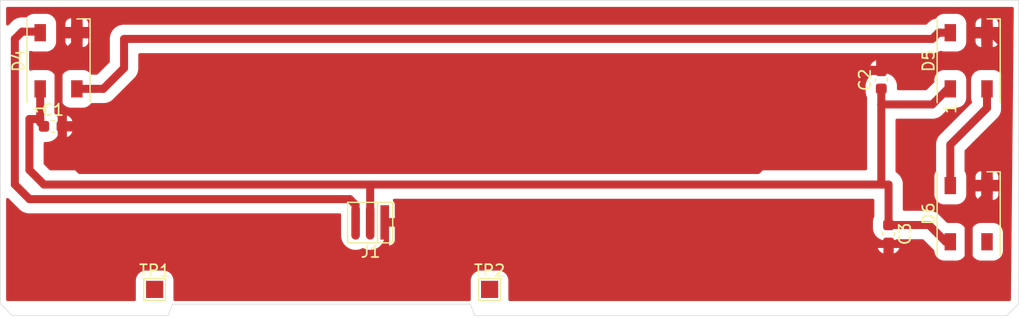
<source format=kicad_pcb>
(kicad_pcb (version 20221018) (generator pcbnew)
  (title_block (title "Mustang Radio - LED display") (rev "2.0") (company "Dawid \"SileliS\" Bańkowski") (comment 1 "d.bankowski@gmail.com"))
  (layers (0 "F.Cu" signal) (31 "B.Cu" signal) (34 "B.Paste" user) (35 "F.Paste" user) (36 "B.SilkS" user "B.Silkscreen") (37 "F.SilkS" user "F.Silkscreen") (38 "B.Mask" user) (39 "F.Mask" user) (44 "Edge.Cuts" user))
  (net 0 "")
  (net 1 "GND")
  (net 2 "+5VD")
  (net 3 "Net-(D4-Pad2)")
  (net 4 "/DATA")
  (net 5 "Net-(D5-Pad2)")
  (footprint "TestPoint:TestPoint_Pad_1.5x1.5mm" (layer "F.Cu") (at 106.172 108.204)
    (fp_text reference "TP1" (at 0 -1.648) (layer "F.SilkS"))
    (fp_text value "Mount_pad")
    (fp_line (start -0.95 -0.95) (end 0.95 -0.95) (stroke (width 0.12)) (layer "F.SilkS"))
    (fp_line (start -0.95 0.95) (end -0.95 -0.95) (stroke (width 0.12)) (layer "F.SilkS"))
    (fp_line (start 0.95 -0.95) (end 0.95 0.95) (stroke (width 0.12)) (layer "F.SilkS"))
    (fp_line (start 0.95 0.95) (end -0.95 0.95) (stroke (width 0.12)) (layer "F.SilkS"))
    (pad "1" smd rect locked (at 0 0) (size 1.5 1.5) (layers "F.Cu" "F.Mask"))
  )
  (footprint "TestPoint:TestPoint_Pad_1.5x1.5mm" (layer "F.Cu") (at 135.382 108.204)
    (fp_text reference "TP2" (at 0 -1.648) (layer "F.SilkS"))
    (fp_text value "Mount_pad")
    (fp_line (start -0.95 -0.95) (end 0.95 -0.95) (stroke (width 0.12)) (layer "F.SilkS"))
    (fp_line (start -0.95 0.95) (end -0.95 -0.95) (stroke (width 0.12)) (layer "F.SilkS"))
    (fp_line (start 0.95 -0.95) (end 0.95 0.95) (stroke (width 0.12)) (layer "F.SilkS"))
    (fp_line (start 0.95 0.95) (end -0.95 0.95) (stroke (width 0.12)) (layer "F.SilkS"))
    (pad "1" smd rect locked (at 0 0) (size 1.5 1.5) (layers "F.Cu" "F.Mask"))
  )
  (footprint "LED_SMD:LED_WS2812B_PLCC4_5.0x5.0mm_P3.2mm" (layer "F.Cu") (at 97.79 88.265 90)
    (fp_text reference "D4" (at 0 -3.5 90) (layer "F.SilkS"))
    (fp_text value "WS2812B")
    (fp_text user "1" (at -4.15 -1.6 90) (layer "F.SilkS"))
    (fp_line (start -3.65 -2.75) (end 3.65 -2.75) (stroke (width 0.12)) (layer "F.SilkS"))
    (fp_line (start -3.65 2.75) (end 3.65 2.75) (stroke (width 0.12)) (layer "F.SilkS"))
    (fp_line (start 3.65 2.75) (end 3.65 1.6) (stroke (width 0.12)) (layer "F.SilkS"))
    (pad "1" smd rect (at -2.45 -1.6 90) (size 1.5 1) (layers "F.Cu" "F.Paste" "F.Mask") (net 2 "+5VD"))
    (pad "2" smd rect (at -2.45 1.6 90) (size 1.5 1) (layers "F.Cu" "F.Paste" "F.Mask") (net 3 "Net-(D4-Pad2)"))
    (pad "3" smd rect (at 2.45 1.6 90) (size 1.5 1) (layers "F.Cu" "F.Paste" "F.Mask") (net 1 "GND"))
    (pad "4" smd rect (at 2.45 -1.6 90) (size 1.5 1) (layers "F.Cu" "F.Paste" "F.Mask") (net 4 "/DATA"))
  )
  (footprint "LED_SMD:LED_WS2812B_PLCC4_5.0x5.0mm_P3.2mm" (layer "F.Cu") (at 177.165 88.265 90)
    (fp_text reference "D5" (at 0 -3.5 90) (layer "F.SilkS"))
    (fp_text value "WS2812B")
    (fp_text user "1" (at -4.15 -1.6 90) (layer "F.SilkS"))
    (fp_line (start -3.65 -2.75) (end 3.65 -2.75) (stroke (width 0.12)) (layer "F.SilkS"))
    (fp_line (start -3.65 2.75) (end 3.65 2.75) (stroke (width 0.12)) (layer "F.SilkS"))
    (fp_line (start 3.65 2.75) (end 3.65 1.6) (stroke (width 0.12)) (layer "F.SilkS"))
    (pad "1" smd rect (at -2.45 -1.6 90) (size 1.5 1) (layers "F.Cu" "F.Paste" "F.Mask") (net 2 "+5VD"))
    (pad "2" smd rect (at -2.45 1.6 90) (size 1.5 1) (layers "F.Cu" "F.Paste" "F.Mask") (net 5 "Net-(D5-Pad2)"))
    (pad "3" smd rect (at 2.45 1.6 90) (size 1.5 1) (layers "F.Cu" "F.Paste" "F.Mask") (net 1 "GND"))
    (pad "4" smd rect (at 2.45 -1.6 90) (size 1.5 1) (layers "F.Cu" "F.Paste" "F.Mask") (net 3 "Net-(D4-Pad2)"))
  )
  (footprint "LED_SMD:LED_WS2812B_PLCC4_5.0x5.0mm_P3.2mm" (layer "F.Cu") (at 177.165 101.6 90)
    (fp_text reference "D6" (at 0 -3.5 90) (layer "F.SilkS"))
    (fp_text value "WS2812B")
    (fp_line (start -3.65 -2.75) (end 3.65 -2.75) (stroke (width 0.12)) (layer "F.SilkS"))
    (fp_line (start -3.65 2.75) (end 3.65 2.75) (stroke (width 0.12)) (layer "F.SilkS"))
    (fp_line (start 3.65 2.75) (end 3.65 1.6) (stroke (width 0.12)) (layer "F.SilkS"))
    (pad "1" smd rect (at -2.45 -1.6 90) (size 1.5 1) (layers "F.Cu" "F.Paste" "F.Mask") (net 2 "+5VD"))
    (pad "2" smd rect (at -2.45 1.6 90) (size 1.5 1) (layers "F.Cu" "F.Paste" "F.Mask"))
    (pad "3" smd rect (at 2.45 1.6 90) (size 1.5 1) (layers "F.Cu" "F.Paste" "F.Mask") (net 1 "GND"))
    (pad "4" smd rect (at 2.45 -1.6 90) (size 1.5 1) (layers "F.Cu" "F.Paste" "F.Mask") (net 5 "Net-(D5-Pad2)"))
  )
  (footprint "Capacitor_SMD:C_0603_1608Metric" (layer "F.Cu") (at 97.295 93.98)
    (fp_text reference "C1" (at 0 -1.43) (layer "F.SilkS"))
    (fp_text value "100nF")
    (fp_line (start -0.14058 -0.51) (end 0.14058 -0.51) (stroke (width 0.12)) (layer "F.SilkS"))
    (fp_line (start -0.14058 0.51) (end 0.14058 0.51) (stroke (width 0.12)) (layer "F.SilkS"))
    (pad "1" smd roundrect (at -0.775 0) (size 0.9 0.95) (layers "F.Cu" "F.Paste" "F.Mask") (net 2 "+5VD"))
    (pad "2" smd roundrect (at 0.775 0) (size 0.9 0.95) (layers "F.Cu" "F.Paste" "F.Mask") (net 1 "GND"))
  )
  (footprint "Capacitor_SMD:C_0603_1608Metric" (layer "F.Cu") (at 169.545 89.929 90)
    (fp_text reference "C2" (at 0 -1.43 90) (layer "F.SilkS"))
    (fp_text value "100nF")
    (fp_line (start -0.14058 -0.51) (end 0.14058 -0.51) (stroke (width 0.12)) (layer "F.SilkS"))
    (fp_line (start -0.14058 0.51) (end 0.14058 0.51) (stroke (width 0.12)) (layer "F.SilkS"))
    (pad "1" smd roundrect (at -0.775 0 90) (size 0.9 0.95) (layers "F.Cu" "F.Paste" "F.Mask") (net 2 "+5VD"))
    (pad "2" smd roundrect (at 0.775 0 90) (size 0.9 0.95) (layers "F.Cu" "F.Paste" "F.Mask") (net 1 "GND"))
  )
  (footprint "Capacitor_SMD:C_0603_1608Metric" (layer "F.Cu") (at 170.18 103.365 -90)
    (fp_text reference "C3" (at 0 -1.43 90) (layer "F.SilkS"))
    (fp_text value "100nF")
    (fp_line (start -0.14058 -0.51) (end 0.14058 -0.51) (stroke (width 0.12)) (layer "F.SilkS"))
    (fp_line (start -0.14058 0.51) (end 0.14058 0.51) (stroke (width 0.12)) (layer "F.SilkS"))
    (pad "1" smd roundrect (at -0.775 0 270) (size 0.9 0.95) (layers "F.Cu" "F.Paste" "F.Mask") (net 2 "+5VD"))
    (pad "2" smd roundrect (at 0.775 0 270) (size 0.9 0.95) (layers "F.Cu" "F.Paste" "F.Mask") (net 1 "GND"))
  )
  (footprint "Connector_Wire_SileliS:SolderWirePad_1x03_SMD_3x0.75" (layer "F.Cu") (at 124.9553 105.3493 180)
    (fp_text reference "J1" (at -0.05 0.425) (layer "F.SilkS"))
    (fp_text value "Conn_01x03_Male")
    (fp_line (start -1.9812 1.2) (end 1.9558 1.2) (stroke (width 0.12)) (layer "F.SilkS"))
    (fp_line (start -1.9812 4.7373) (end -1.9812 1.2) (stroke (width 0.12)) (layer "F.SilkS"))
    (fp_line (start -0.6477 4.7373) (end -0.6477 1.2) (stroke (width 0.12)) (layer "F.SilkS"))
    (fp_line (start 1.9558 1.2) (end 1.9558 4.7373) (stroke (width 0.12)) (layer "F.SilkS"))
    (fp_line (start 1.9558 4.7373) (end -1.9812 4.7373) (stroke (width 0.12)) (layer "F.SilkS"))
    (pad "1" smd rect (at -1.2827 2.9873 180) (size 0.75 3) (layers "F.Cu" "F.Mask") (net 1 "GND"))
    (pad "2" smd oval (at -0.0127 2.9873 180) (size 0.75 3) (layers "F.Cu" "F.Mask") (net 2 "+5VD"))
    (pad "3" smd oval (at 1.2573 2.9873 180) (size 0.75 3) (layers "F.Cu" "F.Mask") (net 4 "/DATA"))
  )
  (gr_line (start 134.0866 110.49) (end 180.4924 110.49) (stroke (width 0.05)) (layer "Edge.Cuts"))
  (gr_line (start 181.51 82.99) (end 181.51 109.474) (stroke (width 0.05)) (layer "Edge.Cuts"))
  (gr_line (start 92.71 82.99) (end 181.51 82.99) (stroke (width 0.05)) (layer "Edge.Cuts"))
  (gr_line (start 92.71 109.4486) (end 92.71 82.99) (stroke (width 0.05)) (layer "Edge.Cuts"))
  (gr_line (start 93.7514 110.49) (end 107.3404 110.49) (stroke (width 0.05)) (layer "Edge.Cuts"))
  (gr_line (start 107.3404 110.49) (end 107.71 109.49) (stroke (width 0.05)) (layer "Edge.Cuts"))
  (gr_line (start 133.71 109.49) (end 134.0866 110.49) (stroke (width 0.05)) (layer "Edge.Cuts"))
  (gr_line (start 107.71 109.49) (end 133.71 109.49) (stroke (width 0.05)) (layer "Edge.Cuts"))
  (gr_line (start 180.4924 110.49) (end 181.51 109.474) (stroke (width 0.05)) (layer "Edge.Cuts"))
  (gr_line (start 93.7514 110.49) (end 92.71 109.4486) (stroke (width 0.05)) (layer "Edge.Cuts"))
  (segment (start 158.75 97.79) (end 167.386 89.154) (width 0.7) (layer "F.Cu") (net 1))
  (segment (start 98.07 93.98) (end 98.07 92.99) (width 0.7) (layer "F.Cu") (net 1))
  (segment (start 180.34 95.25) (end 180.34 88.265) (width 0.7) (layer "F.Cu") (net 1))
  (segment (start 178.765 100) (end 177.165 101.6) (width 0.7) (layer "F.Cu") (net 1))
  (segment (start 178.765 99.15) (end 178.765 100) (width 0.7) (layer "F.Cu") (net 1))
  (segment (start 178.765 99.15) (end 178.765 96.825) (width 0.7) (layer "F.Cu") (net 1))
  (segment (start 98.07 92.99) (end 97.79 92.71) (width 0.7) (layer "F.Cu") (net 1))
  (segment (start 170.18 106.68) (end 170.18 104.14) (width 0.7) (layer "F.Cu") (net 1))
  (segment (start 99.695 97.79) (end 158.75 97.79) (width 0.7) (layer "F.Cu") (net 1))
  (segment (start 178.765 96.825) (end 180.34 95.25) (width 0.7) (layer "F.Cu") (net 1))
  (segment (start 180.34 88.265) (end 180.34 86.995) (width 0.7) (layer "F.Cu") (net 1))
  (segment (start 169.545 89.154) (end 170.434 88.265) (width 0.7) (layer "F.Cu") (net 1))
  (segment (start 179.16 85.815) (end 178.765 85.815) (width 0.7) (layer "F.Cu") (net 1))
  (segment (start 99.39 86.665) (end 99.39 85.815) (width 0.7) (layer "F.Cu") (net 1))
  (segment (start 180.34 86.995) (end 179.16 85.815) (width 0.7) (layer "F.Cu") (net 1))
  (segment (start 177.165 101.6) (end 177.165 106.68) (width 0.7) (layer "F.Cu") (net 1))
  (segment (start 97.79 92.71) (end 97.79 88.265) (width 0.7) (layer "F.Cu") (net 1))
  (segment (start 167.386 89.154) (end 169.545 89.154) (width 0.7) (layer "F.Cu") (net 1))
  (segment (start 98.07 93.98) (end 98.07 96.165) (width 0.7) (layer "F.Cu") (net 1))
  (segment (start 98.07 96.165) (end 99.695 97.79) (width 0.7) (layer "F.Cu") (net 1))
  (segment (start 97.79 88.265) (end 99.39 86.665) (width 0.7) (layer "F.Cu") (net 1))
  (segment (start 177.165 106.68) (end 170.18 106.68) (width 0.7) (layer "F.Cu") (net 1))
  (segment (start 170.434 88.265) (end 180.34 88.265) (width 0.7) (layer "F.Cu") (net 1))
  (segment (start 125.095 99.06) (end 169.545 99.06) (width 0.7) (layer "F.Cu") (net 2))
  (segment (start 124.968 102.362) (end 124.968 99.187) (width 0.7) (layer "F.Cu") (net 2))
  (segment (start 125.095 99.06) (end 96.52 99.06) (width 0.7) (layer "F.Cu") (net 2))
  (segment (start 173.71 102.59) (end 170.18 102.59) (width 0.7) (layer "F.Cu") (net 2))
  (segment (start 170.18 102.59) (end 170.18 99.06) (width 0.7) (layer "F.Cu") (net 2))
  (segment (start 169.545 92.075) (end 169.545 90.704) (width 0.7) (layer "F.Cu") (net 2))
  (segment (start 169.545 90.704) (end 169.556 90.715) (width 0.381) (layer "F.Cu") (net 2))
  (segment (start 96.52 99.06) (end 95.25 97.79) (width 0.7) (layer "F.Cu") (net 2))
  (segment (start 175.35 90.715) (end 173.99 92.075) (width 0.7) (layer "F.Cu") (net 2))
  (segment (start 96.52 93.98) (end 96.19 93.65) (width 0.7) (layer "F.Cu") (net 2))
  (segment (start 175.17 104.05) (end 173.71 102.59) (width 0.7) (layer "F.Cu") (net 2))
  (segment (start 175.565 104.05) (end 175.17 104.05) (width 0.7) (layer "F.Cu") (net 2))
  (segment (start 169.545 99.06) (end 169.545 92.075) (width 0.7) (layer "F.Cu") (net 2))
  (segment (start 96.19 93.345) (end 96.19 90.715) (width 0.7) (layer "F.Cu") (net 2))
  (segment (start 173.99 92.075) (end 169.545 92.075) (width 0.7) (layer "F.Cu") (net 2))
  (segment (start 175.565 90.715) (end 175.35 90.715) (width 0.7) (layer "F.Cu") (net 2))
  (segment (start 96.19 93.65) (end 96.19 93.345) (width 0.7) (layer "F.Cu") (net 2))
  (segment (start 170.18 99.06) (end 169.545 99.06) (width 0.7) (layer "F.Cu") (net 2))
  (segment (start 95.25 97.79) (end 95.25 93.345) (width 0.7) (layer "F.Cu") (net 2))
  (segment (start 95.25 93.345) (end 96.19 93.345) (width 0.7) (layer "F.Cu") (net 2))
  (segment (start 124.968 99.187) (end 125.095 99.06) (width 0.7) (layer "F.Cu") (net 2))
  (segment (start 101.69 90.715) (end 103.505 88.9) (width 0.7) (layer "F.Cu") (net 3))
  (segment (start 99.39 90.715) (end 101.69 90.715) (width 0.7) (layer "F.Cu") (net 3))
  (segment (start 173.99 86.36) (end 174.535 85.815) (width 0.7) (layer "F.Cu") (net 3))
  (segment (start 174.535 85.815) (end 174.715 85.815) (width 0.7) (layer "F.Cu") (net 3))
  (segment (start 103.505 86.36) (end 173.99 86.36) (width 0.7) (layer "F.Cu") (net 3))
  (segment (start 174.715 85.815) (end 175.565 85.815) (width 0.7) (layer "F.Cu") (net 3))
  (segment (start 103.505 88.9) (end 103.505 86.36) (width 0.7) (layer "F.Cu") (net 3))
  (segment (start 123.698 100.838) (end 123.19 100.33) (width 0.7) (layer "F.Cu") (net 4))
  (segment (start 123.19 100.33) (end 95.25 100.33) (width 0.7) (layer "F.Cu") (net 4))
  (segment (start 93.98 86.36) (end 94.615 85.725) (width 0.7) (layer "F.Cu") (net 4))
  (segment (start 95.25 100.33) (end 93.98 99.06) (width 0.7) (layer "F.Cu") (net 4))
  (segment (start 93.98 99.06) (end 93.98 86.36) (width 0.7) (layer "F.Cu") (net 4))
  (segment (start 96.1 85.725) (end 96.19 85.815) (width 0.7) (layer "F.Cu") (net 4))
  (segment (start 94.615 85.725) (end 96.1 85.725) (width 0.7) (layer "F.Cu") (net 4))
  (segment (start 123.698 102.362) (end 123.698 100.838) (width 0.7) (layer "F.Cu") (net 4))
  (segment (start 175.565 95.58) (end 175.565 99.15) (width 0.7) (layer "F.Cu") (net 5))
  (segment (start 178.765 90.715) (end 178.765 92.38) (width 0.7) (layer "F.Cu") (net 5))
  (segment (start 178.765 92.38) (end 175.565 95.58) (width 0.7) (layer "F.Cu") (net 5))
  (zone (net 1) (net_name "GND") (layer "F.Cu") (connect_pads (clearance 0.889)) (min_thickness 0.254) (fill yes (thermal_gap 0.5) (thermal_bridge_width 1))
    (polygon (pts (xy 180.848 109.22) (xy 93.218 109.22) (xy 93.218 83.566) (xy 181.102 83.566)))
  )
)
</source>
